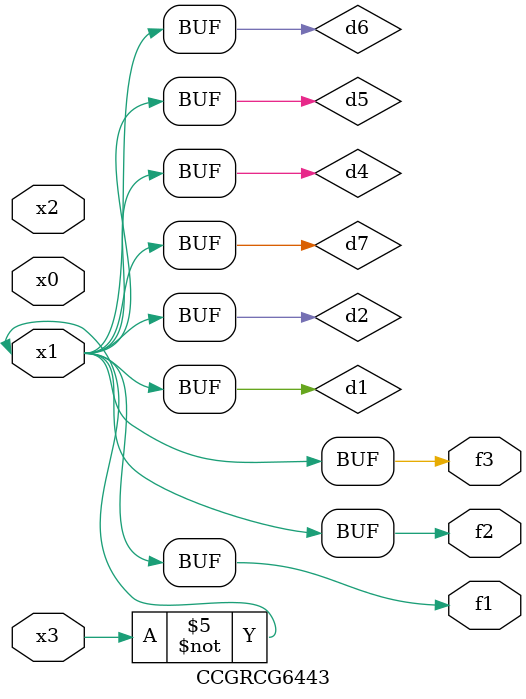
<source format=v>
module CCGRCG6443(
	input x0, x1, x2, x3,
	output f1, f2, f3
);

	wire d1, d2, d3, d4, d5, d6, d7;

	not (d1, x3);
	buf (d2, x1);
	xnor (d3, d1, d2);
	nor (d4, d1);
	buf (d5, d1, d2);
	buf (d6, d4, d5);
	nand (d7, d4);
	assign f1 = d6;
	assign f2 = d7;
	assign f3 = d6;
endmodule

</source>
